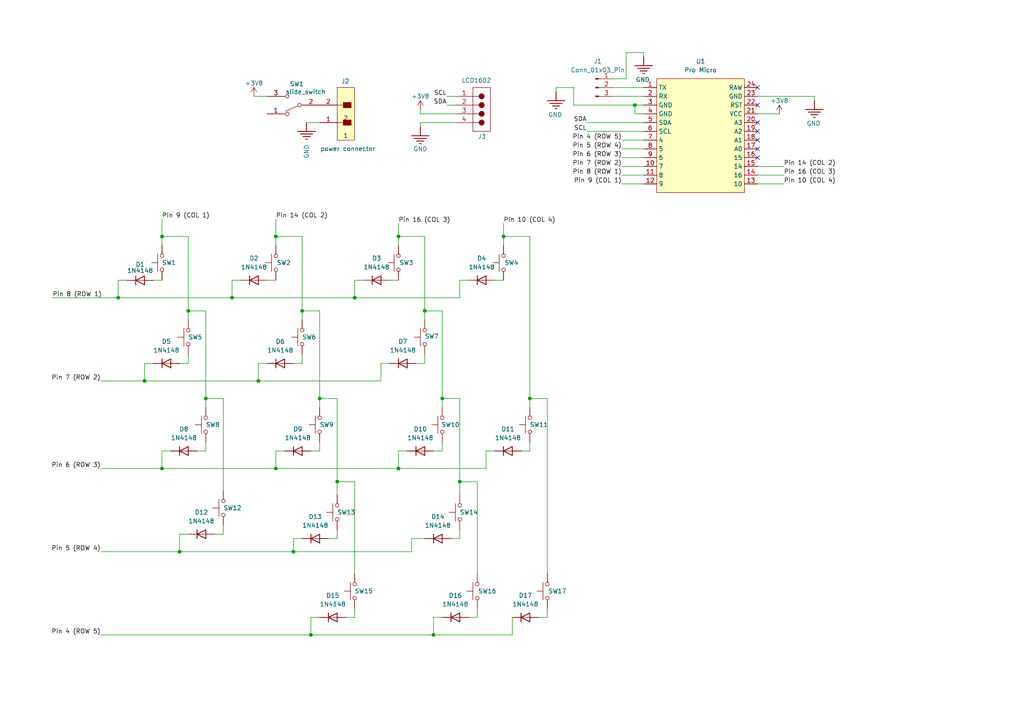
<source format=kicad_sch>
(kicad_sch (version 20250114) (generator "eeschema") (generator_version "9.0")
  (paper "A4")
  (lib_symbols
    (symbol "Altium Content Vault:root_0_3bc925449376181038e59eaffc5286c_Altium Content Vault" (pin_names (hide yes))
      (symbol "root_0_3bc925449376181038e59eaffc5286c_Altium Content Vault_1_0"
        (rectangle (start -6.858 0.762) (end -9.144 -0.762) (fill (type outline)))
        (polyline (pts (xy -6.858 0) (xy -5.08 0)))
        (rectangle (start -6.858 -4.318) (end -9.144 -5.842) (fill (type outline)))
        (polyline (pts (xy -6.858 -5.08) (xy -5.08 -5.08)))
        (rectangle (start -5.08 5.08) (end -10.16 -10.16) (stroke (width 0) (color 128 0 0 1)) (fill (type background)))
        (text "1" (at -6.858 3.048 0) (effects (font (size 1.27 1.27)) (justify right top)))
        (text "2" (at -6.858 -2.032 0) (effects (font (size 1.27 1.27)) (justify right top)))
        (pin passive line (at 0 0 180) (length 5.08) (name "1") (number "1"))
        (pin passive line (at 0 -5.08 180) (length 5.08) (name "2") (number "2"))
      )
    )
    (symbol "Altium Content Vault:root_0_ec4e4964ed0d2d669af15d5af94fda9_Altium Content Vault" (pin_names (hide yes))
      (symbol "root_0_ec4e4964ed0d2d669af15d5af94fda9_Altium Content Vault_1_0"
        (circle (center 5.842 0) (radius 0.508))
        (polyline (pts (xy 6.35 0.254) (xy 9.906 1.778)))
        (circle (center 9.398 2.54) (radius 0.508))
        (circle (center 9.398 -2.54) (radius 0.508))
        (pin passive line (at 0 0 0) (length 5.08) (name "2") (number "2"))
        (pin passive line (at 15.24 2.54 180) (length 5.08) (name "1") (number "1"))
        (pin passive line (at 15.24 -2.54 180) (length 5.08) (name "3") (number "3"))
      )
    )
    (symbol "Altium Content Vault:root_2_Header_Male_1R_04P_Altium Content Vault" (pin_names (hide yes))
      (symbol "root_2_Header_Male_1R_04P_Altium Content Vault_1_0"
        (polyline (pts (xy -5.08 0) (xy 0 0) (xy 0 12.7) (xy -5.08 12.7) (xy -5.08 0)))
        (circle (center -2.54 10.16) (radius 0.762) (fill (type outline)))
        (circle (center -2.54 7.62) (radius 0.762) (fill (type outline)))
        (circle (center -2.54 5.08) (radius 0.762) (fill (type outline)))
        (circle (center -2.54 2.54) (radius 0.762) (fill (type outline)))
        (polyline (pts (xy 0 10.16) (xy -1.778 10.16)))
        (polyline (pts (xy 0 7.62) (xy -1.778 7.62)))
        (polyline (pts (xy 0 5.08) (xy -1.778 5.08)))
        (polyline (pts (xy 0 2.54) (xy -1.778 2.54)))
        (pin passive line (at 5.08 10.16 180) (length 5.08) (name "4") (number "4"))
        (pin passive line (at 5.08 7.62 180) (length 5.08) (name "3") (number "3"))
        (pin passive line (at 5.08 5.08 180) (length 5.08) (name "2") (number "2"))
        (pin passive line (at 5.08 2.54 180) (length 5.08) (name "1") (number "1"))
      )
    )
    (symbol "Connector:Conn_01x03_Pin" (pin_names (offset 1.016) (hide yes))
      (property "Reference" "J" (at 0 5.08 0))
      (property "Value" "Conn_01x03_Pin" (at 0 -5.08 0))
      (symbol "Conn_01x03_Pin_1_1"
        (rectangle (start 0.8636 2.667) (end 0 2.413) (stroke (width 0.1524)) (fill (type outline)))
        (rectangle (start 0.8636 0.127) (end 0 -0.127) (stroke (width 0.1524)) (fill (type outline)))
        (rectangle (start 0.8636 -2.413) (end 0 -2.667) (stroke (width 0.1524)) (fill (type outline)))
        (polyline (pts (xy 1.27 2.54) (xy 0.8636 2.54)) (stroke (width 0.1524)))
        (polyline (pts (xy 1.27 0) (xy 0.8636 0)) (stroke (width 0.1524)))
        (polyline (pts (xy 1.27 -2.54) (xy 0.8636 -2.54)) (stroke (width 0.1524)))
        (pin passive line (at 5.08 2.54 180) (length 3.81) (name "Pin_1") (number "1"))
        (pin passive line (at 5.08 0 180) (length 3.81) (name "Pin_2") (number "2"))
        (pin passive line (at 5.08 -2.54 180) (length 3.81) (name "Pin_3") (number "3"))
      )
    )
    (symbol "Diode:1N4148" (pin_numbers (hide yes)) (pin_names (hide yes))
      (property "Reference" "D" (at 0 2.54 0))
      (property "Value" "1N4148" (at 0 -2.54 0))
      (symbol "1N4148_0_1"
        (polyline (pts (xy -1.27 1.27) (xy -1.27 -1.27)) (stroke (width 0.254)))
        (polyline (pts (xy 1.27 1.27) (xy 1.27 -1.27) (xy -1.27 0) (xy 1.27 1.27)) (stroke (width 0.254)))
        (polyline (pts (xy 1.27 0) (xy -1.27 0)))
      )
      (symbol "1N4148_1_1"
        (pin passive line (at -3.81 0 0) (length 2.54) (name "K") (number "1"))
        (pin passive line (at 3.81 0 180) (length 2.54) (name "A") (number "2"))
      )
    )
    (symbol "Switch:SW_Push" (pin_numbers (hide yes)) (pin_names (offset 1.016) (hide yes))
      (property "Reference" "SW" (at 1.27 2.54 0))
      (property "Value" "SW_Push" (at 0 -1.524 0))
      (symbol "SW_Push_0_1"
        (circle (center -2.032 0) (radius 0.508))
        (polyline (pts (xy 0 1.27) (xy 0 3.048)))
        (circle (center 2.032 0) (radius 0.508))
        (polyline (pts (xy 2.54 1.27) (xy -2.54 1.27)))
        (pin passive line (at -5.08 0 0) (length 2.54) (name "1") (number "1"))
        (pin passive line (at 5.08 0 180) (length 2.54) (name "2") (number "2"))
      )
    )
    (symbol "klawiatura_17_przyciskow_fb64lib-altium-import:GND_POWER_GROUND" (power)
      (property "Value" "GND" (at 0 -6.35 0))
      (symbol "GND_POWER_GROUND_0_0"
        (polyline (pts (xy -2.54 -2.54) (xy 2.54 -2.54)) (stroke (width 0.254)))
        (polyline (pts (xy -1.778 -3.302) (xy 1.778 -3.302)) (stroke (width 0.254)))
        (polyline (pts (xy -1.016 -4.064) (xy 1.016 -4.064)) (stroke (width 0.254)))
        (polyline (pts (xy -0.254 -4.826) (xy 0.254 -4.826)) (stroke (width 0.254)))
        (polyline (pts (xy 0 0) (xy 0 -2.54)) (stroke (width 0.254)))
        (pin power_in line (at 0 0 0) (length 0) (hide yes) (name "GND") (number ""))
      )
    )
    (symbol "power:+3V8" (power) (pin_numbers (hide yes)) (pin_names (offset 0) (hide yes))
      (property "Value" "+3V8" (at 0 3.556 0))
      (symbol "+3V8_0_1"
        (polyline (pts (xy -0.762 1.27) (xy 0 2.54)))
        (polyline (pts (xy 0 2.54) (xy 0.762 1.27)))
        (polyline (pts (xy 0 0) (xy 0 2.54)))
      )
      (symbol "+3V8_1_1"
        (pin power_in line (at 0 0 90) (length 0) (name "~") (number "1"))
      )
    )
    (symbol "pro_micro:atmega32_u4_promicro"
      (property "Reference" "U" (at 1.27 -1.27 0))
      (symbol "atmega32_u4_promicro_1_1"
        (rectangle (start 0 33.02) (end 25.4 0) (fill (type color) (color 255 255 194 1)))
        (pin bidirectional line (at -3.81 30.48 0) (length 3.81) (name "TX") (number "1"))
        (pin bidirectional line (at -3.81 27.94 0) (length 3.81) (name "RX") (number "2"))
        (pin power_in line (at -3.81 25.4 0) (length 3.81) (name "GND") (number "3"))
        (pin power_in line (at -3.81 22.86 0) (length 3.81) (name "GND") (number "4"))
        (pin bidirectional line (at -3.81 20.32 0) (length 3.81) (name "SDA") (number "5"))
        (pin bidirectional line (at -3.81 17.78 0) (length 3.81) (name "SCL") (number "6"))
        (pin bidirectional line (at -3.81 15.24 0) (length 3.81) (name "4") (number "7"))
        (pin bidirectional line (at -3.81 12.7 0) (length 3.81) (name "5") (number "8"))
        (pin bidirectional line (at -3.81 10.16 0) (length 3.81) (name "6") (number "9"))
        (pin bidirectional line (at -3.81 7.62 0) (length 3.81) (name "7") (number "10"))
        (pin bidirectional line (at -3.81 5.08 0) (length 3.81) (name "8") (number "11"))
        (pin bidirectional line (at -3.81 2.54 0) (length 3.81) (name "9") (number "12"))
        (pin power_in line (at 29.21 30.48 180) (length 3.81) (name "RAW") (number "24"))
        (pin power_in line (at 29.21 27.94 180) (length 3.81) (name "GND") (number "23"))
        (pin input line (at 29.21 25.4 180) (length 3.81) (name "RST") (number "22"))
        (pin power_in line (at 29.21 22.86 180) (length 3.81) (name "VCC") (number "21"))
        (pin bidirectional line (at 29.21 20.32 180) (length 3.81) (name "A3") (number "20"))
        (pin bidirectional line (at 29.21 17.78 180) (length 3.81) (name "A2") (number "19"))
        (pin bidirectional line (at 29.21 15.24 180) (length 3.81) (name "A1") (number "18"))
        (pin bidirectional line (at 29.21 12.7 180) (length 3.81) (name "A0") (number "17"))
        (pin bidirectional line (at 29.21 10.16 180) (length 3.81) (name "15") (number "16"))
        (pin bidirectional line (at 29.21 7.62 180) (length 3.81) (name "14") (number "15"))
        (pin bidirectional line (at 29.21 5.08 180) (length 3.81) (name "16") (number "14"))
        (pin bidirectional line (at 29.21 2.54 180) (length 3.81) (name "10") (number "13"))
      )
    )
  )
  (junction (at 41.91 110.49))
  (junction (at 97.79 139.7))
  (junction (at 102.87 86.36))
  (junction (at 115.57 68.58))
  (junction (at 128.27 115.57))
  (junction (at 123.19 90.17))
  (junction (at 85.09 160.02))
  (junction (at 74.93 110.49))
  (junction (at 87.63 90.17))
  (junction (at 54.61 90.17))
  (junction (at 184.15 30.48))
  (junction (at 92.71 115.57))
  (junction (at 52.07 160.02))
  (junction (at 153.67 115.57))
  (junction (at 34.29 86.36))
  (junction (at 67.31 86.36))
  (junction (at 80.01 135.89))
  (junction (at 125.73 184.15))
  (junction (at 46.99 68.58))
  (junction (at 115.57 135.89))
  (junction (at 59.69 115.57))
  (junction (at 146.05 68.58))
  (junction (at 133.35 139.7))
  (junction (at 80.01 68.58))
  (junction (at 46.99 135.89))
  (junction (at 90.17 184.15))
  (no_connect (at 219.71 35.56))
  (no_connect (at 219.71 40.64))
  (no_connect (at 219.71 30.48))
  (no_connect (at 219.71 25.4))
  (no_connect (at 219.71 45.72))
  (no_connect (at 219.71 43.18))
  (no_connect (at 219.71 38.1))
  (wire (pts (xy 128.27 130.81) (xy 128.27 128.27)))
  (wire (pts (xy 34.29 86.36) (xy 34.29 81.28)))
  (wire (pts (xy 180.34 50.8) (xy 186.69 50.8)))
  (wire (pts (xy 54.61 102.87) (xy 54.61 105.41)))
  (wire (pts (xy 123.19 68.58) (xy 123.19 90.17)))
  (wire (pts (xy 123.19 90.17) (xy 128.27 90.17)))
  (wire (pts (xy 54.61 68.58) (xy 46.99 68.58)))
  (wire (pts (xy 133.35 139.7) (xy 133.35 143.51)))
  (wire (pts (xy 138.43 139.7) (xy 138.43 166.37)))
  (wire (pts (xy 158.75 176.53) (xy 158.75 179.07)))
  (wire (pts (xy 46.99 81.28) (xy 44.45 81.28)))
  (wire (pts (xy 90.17 179.07) (xy 92.71 179.07)))
  (wire (pts (xy 135.89 81.28) (xy 133.35 81.28)))
  (wire (pts (xy 80.01 130.81) (xy 80.01 135.89)))
  (wire (pts (xy 80.01 135.89) (xy 46.99 135.89)))
  (wire (pts (xy 77.47 105.41) (xy 74.93 105.41)))
  (wire (pts (xy 153.67 68.58) (xy 153.67 115.57)))
  (wire (pts (xy 166.37 30.48) (xy 184.15 30.48)))
  (wire (pts (xy 121.92 33.02) (xy 121.92 31.75)))
  (wire (pts (xy 125.73 130.81) (xy 128.27 130.81)))
  (wire (pts (xy 102.87 179.07) (xy 100.33 179.07)))
  (wire (pts (xy 87.63 105.41) (xy 85.09 105.41)))
  (wire (pts (xy 133.35 139.7) (xy 138.43 139.7)))
  (wire (pts (xy 219.71 33.02) (xy 226.06 33.02)))
  (wire (pts (xy 85.09 160.02) (xy 119.38 160.02)))
  (wire (pts (xy 44.45 105.41) (xy 41.91 105.41)))
  (wire (pts (xy 170.18 35.56) (xy 186.69 35.56)))
  (wire (pts (xy 90.17 179.07) (xy 90.17 184.15)))
  (wire (pts (xy 110.49 110.49) (xy 110.49 105.41)))
  (wire (pts (xy 69.85 81.28) (xy 67.31 81.28)))
  (wire (pts (xy 146.05 64.77) (xy 146.05 68.58)))
  (wire (pts (xy 115.57 68.58) (xy 115.57 71.12)))
  (wire (pts (xy 125.73 184.15) (xy 148.59 184.15)))
  (wire (pts (xy 80.01 71.12) (xy 80.01 68.58)))
  (wire (pts (xy 153.67 115.57) (xy 153.67 118.11)))
  (wire (pts (xy 90.17 184.15) (xy 125.73 184.15)))
  (wire (pts (xy 73.66 27.94) (xy 77.47 27.94)))
  (wire (pts (xy 87.63 102.87) (xy 87.63 105.41)))
  (wire (pts (xy 186.69 15.24) (xy 186.69 16.51)))
  (wire (pts (xy 80.01 63.5) (xy 80.01 68.58)))
  (wire (pts (xy 59.69 90.17) (xy 54.61 90.17)))
  (wire (pts (xy 128.27 179.07) (xy 125.73 179.07)))
  (wire (pts (xy 97.79 139.7) (xy 102.87 139.7)))
  (wire (pts (xy 219.71 53.34) (xy 227.33 53.34)))
  (wire (pts (xy 138.43 179.07) (xy 135.89 179.07)))
  (wire (pts (xy 158.75 179.07) (xy 156.21 179.07)))
  (wire (pts (xy 184.15 33.02) (xy 184.15 30.48)))
  (wire (pts (xy 80.01 81.28) (xy 77.47 81.28)))
  (wire (pts (xy 115.57 135.89) (xy 80.01 135.89)))
  (wire (pts (xy 92.71 130.81) (xy 90.17 130.81)))
  (wire (pts (xy 140.97 130.81) (xy 140.97 135.89)))
  (wire (pts (xy 121.92 36.83) (xy 121.92 35.56)))
  (wire (pts (xy 158.75 166.37) (xy 158.75 115.57)))
  (wire (pts (xy 177.8 25.4) (xy 186.69 25.4)))
  (wire (pts (xy 133.35 86.36) (xy 102.87 86.36)))
  (wire (pts (xy 115.57 64.77) (xy 115.57 68.58)))
  (wire (pts (xy 52.07 154.94) (xy 54.61 154.94)))
  (wire (pts (xy 181.61 22.86) (xy 181.61 15.24)))
  (wire (pts (xy 180.34 48.26) (xy 186.69 48.26)))
  (wire (pts (xy 110.49 105.41) (xy 113.03 105.41)))
  (wire (pts (xy 88.9 35.56) (xy 92.71 35.56)))
  (wire (pts (xy 74.93 110.49) (xy 110.49 110.49)))
  (wire (pts (xy 29.21 160.02) (xy 52.07 160.02)))
  (wire (pts (xy 54.61 105.41) (xy 52.07 105.41)))
  (wire (pts (xy 85.09 156.21) (xy 85.09 160.02)))
  (wire (pts (xy 219.71 50.8) (xy 227.33 50.8)))
  (wire (pts (xy 59.69 115.57) (xy 59.69 118.11)))
  (wire (pts (xy 161.29 25.4) (xy 166.37 25.4)))
  (wire (pts (xy 151.13 130.81) (xy 153.67 130.81)))
  (wire (pts (xy 97.79 153.67) (xy 97.79 156.21)))
  (wire (pts (xy 64.77 154.94) (xy 62.23 154.94)))
  (wire (pts (xy 118.11 130.81) (xy 115.57 130.81)))
  (wire (pts (xy 170.18 38.1) (xy 186.69 38.1)))
  (wire (pts (xy 67.31 86.36) (xy 102.87 86.36)))
  (wire (pts (xy 41.91 110.49) (xy 29.21 110.49)))
  (wire (pts (xy 52.07 160.02) (xy 85.09 160.02)))
  (wire (pts (xy 64.77 115.57) (xy 59.69 115.57)))
  (wire (pts (xy 236.22 29.21) (xy 236.22 27.94)))
  (wire (pts (xy 46.99 68.58) (xy 46.99 71.12)))
  (wire (pts (xy 133.35 81.28) (xy 133.35 86.36)))
  (wire (pts (xy 119.38 156.21) (xy 123.19 156.21)))
  (wire (pts (xy 82.55 130.81) (xy 80.01 130.81)))
  (wire (pts (xy 133.35 156.21) (xy 130.81 156.21)))
  (wire (pts (xy 177.8 22.86) (xy 181.61 22.86)))
  (wire (pts (xy 153.67 130.81) (xy 153.67 128.27)))
  (wire (pts (xy 143.51 130.81) (xy 140.97 130.81)))
  (wire (pts (xy 64.77 152.4) (xy 64.77 154.94)))
  (wire (pts (xy 34.29 86.36) (xy 67.31 86.36)))
  (wire (pts (xy 46.99 63.5) (xy 46.99 68.58)))
  (wire (pts (xy 59.69 115.57) (xy 59.69 90.17)))
  (wire (pts (xy 54.61 90.17) (xy 54.61 68.58)))
  (wire (pts (xy 115.57 68.58) (xy 123.19 68.58)))
  (wire (pts (xy 80.01 68.58) (xy 87.63 68.58)))
  (wire (pts (xy 64.77 115.57) (xy 64.77 142.24)))
  (wire (pts (xy 74.93 110.49) (xy 41.91 110.49)))
  (wire (pts (xy 102.87 139.7) (xy 102.87 166.37)))
  (wire (pts (xy 146.05 81.28) (xy 143.51 81.28)))
  (wire (pts (xy 180.34 43.18) (xy 186.69 43.18)))
  (wire (pts (xy 132.08 33.02) (xy 121.92 33.02)))
  (wire (pts (xy 57.15 130.81) (xy 59.69 130.81)))
  (wire (pts (xy 180.34 45.72) (xy 186.69 45.72)))
  (wire (pts (xy 74.93 105.41) (xy 74.93 110.49)))
  (wire (pts (xy 119.38 156.21) (xy 119.38 160.02)))
  (wire (pts (xy 133.35 153.67) (xy 133.35 156.21)))
  (wire (pts (xy 184.15 30.48) (xy 186.69 30.48)))
  (wire (pts (xy 115.57 130.81) (xy 115.57 135.89)))
  (wire (pts (xy 54.61 90.17) (xy 54.61 92.71)))
  (wire (pts (xy 180.34 53.34) (xy 186.69 53.34)))
  (wire (pts (xy 181.61 15.24) (xy 186.69 15.24)))
  (wire (pts (xy 161.29 25.4) (xy 161.29 26.67)))
  (wire (pts (xy 138.43 176.53) (xy 138.43 179.07)))
  (wire (pts (xy 166.37 25.4) (xy 166.37 30.48)))
  (wire (pts (xy 87.63 90.17) (xy 87.63 92.71)))
  (wire (pts (xy 36.83 81.28) (xy 34.29 81.28)))
  (wire (pts (xy 115.57 81.28) (xy 113.03 81.28)))
  (wire (pts (xy 46.99 130.81) (xy 46.99 135.89)))
  (wire (pts (xy 41.91 105.41) (xy 41.91 110.49)))
  (wire (pts (xy 146.05 68.58) (xy 146.05 71.12)))
  (wire (pts (xy 219.71 48.26) (xy 227.33 48.26)))
  (wire (pts (xy 92.71 115.57) (xy 92.71 118.11)))
  (wire (pts (xy 132.08 27.94) (xy 129.54 27.94)))
  (wire (pts (xy 67.31 81.28) (xy 67.31 86.36)))
  (wire (pts (xy 87.63 90.17) (xy 92.71 90.17)))
  (wire (pts (xy 102.87 86.36) (xy 102.87 81.28)))
  (wire (pts (xy 97.79 139.7) (xy 97.79 143.51)))
  (wire (pts (xy 59.69 130.81) (xy 59.69 128.27)))
  (wire (pts (xy 177.8 27.94) (xy 186.69 27.94)))
  (wire (pts (xy 133.35 115.57) (xy 128.27 115.57)))
  (wire (pts (xy 115.57 135.89) (xy 140.97 135.89)))
  (wire (pts (xy 180.34 40.64) (xy 186.69 40.64)))
  (wire (pts (xy 128.27 90.17) (xy 128.27 115.57)))
  (wire (pts (xy 102.87 176.53) (xy 102.87 179.07)))
  (wire (pts (xy 52.07 154.94) (xy 52.07 160.02)))
  (wire (pts (xy 123.19 105.41) (xy 120.65 105.41)))
  (wire (pts (xy 133.35 115.57) (xy 133.35 139.7)))
  (wire (pts (xy 158.75 115.57) (xy 153.67 115.57)))
  (wire (pts (xy 236.22 27.94) (xy 219.71 27.94)))
  (wire (pts (xy 184.15 33.02) (xy 186.69 33.02)))
  (wire (pts (xy 46.99 130.81) (xy 49.53 130.81)))
  (wire (pts (xy 125.73 179.07) (xy 125.73 184.15)))
  (wire (pts (xy 92.71 128.27) (xy 92.71 130.81)))
  (wire (pts (xy 97.79 156.21) (xy 95.25 156.21)))
  (wire (pts (xy 87.63 68.58) (xy 87.63 90.17)))
  (wire (pts (xy 128.27 115.57) (xy 128.27 118.11)))
  (wire (pts (xy 123.19 105.41) (xy 123.19 102.87)))
  (wire (pts (xy 123.19 90.17) (xy 123.19 92.71)))
  (wire (pts (xy 92.71 90.17) (xy 92.71 115.57)))
  (wire (pts (xy 85.09 156.21) (xy 87.63 156.21)))
  (wire (pts (xy 34.29 86.36) (xy 15.24 86.36)))
  (wire (pts (xy 105.41 81.28) (xy 102.87 81.28)))
  (wire (pts (xy 148.59 179.07) (xy 148.59 184.15)))
  (wire (pts (xy 29.21 184.15) (xy 90.17 184.15)))
  (wire (pts (xy 46.99 135.89) (xy 29.21 135.89)))
  (wire (pts (xy 97.79 115.57) (xy 97.79 139.7)))
  (wire (pts (xy 92.71 115.57) (xy 97.79 115.57)))
  (wire (pts (xy 121.92 35.56) (xy 132.08 35.56)))
  (wire (pts (xy 132.08 30.48) (xy 129.54 30.48)))
  (wire (pts (xy 146.05 68.58) (xy 153.67 68.58)))
  (label "Pin 7 (ROW 2)" (at 180.34 48.26 180))
  (label "Pin 10 (COL 4)" (at 227.33 53.34 0))
  (label "SCL" (at 170.18 38.1 180))
  (label "Pin 14 (COL 2)" (at 80.01 63.5 0))
  (label "Pin 9 (COL 1)" (at 180.34 53.34 180))
  (label "Pin 16 (COL 3)" (at 227.33 50.8 0))
  (label "Pin 6 (ROW 3)" (at 29.21 135.89 180))
  (label "Pin 7 (ROW 2)" (at 29.21 110.49 180))
  (label "Pin 6 (ROW 3)" (at 180.34 45.72 180))
  (label "Pin 4 (ROW 5)" (at 180.34 40.64 180))
  (label "Pin 10 (COL 4)" (at 146.05 64.77 0))
  (label "Pin 5 (ROW 4)" (at 29.21 160.02 180))
  (label "SDA" (at 170.18 35.56 180))
  (label "SDA" (at 129.54 30.48 180))
  (label "Pin 14 (COL 2)" (at 227.33 48.26 0))
  (label "Pin 5 (ROW 4)" (at 180.34 43.18 180))
  (label "Pin 8 (ROW 1)" (at 15.24 86.36 0))
  (label "Pin 8 (ROW 1)" (at 180.34 50.8 180))
  (label "Pin 4 (ROW 5)" (at 29.21 184.15 180))
  (label "Pin 16 (COL 3)" (at 115.57 64.77 0))
  (label "Pin 9 (COL 1)" (at 46.99 63.5 0))
  (label "SCL" (at 129.54 27.94 180))
  (symbol (lib_id "Diode:1N4148") (at 48.26 105.41 0) (mirror x) (unit 1)
    (property "Reference" "D5" (at 48.26 99.06 0))
    (property "Value" "1N4148" (at 48.26 101.6 0))
    (property "Footprint" "Diode_THT:D_DO-35_SOD27_P7.62mm_Horizontal" (effects (hide yes)))
    (property "Datasheet" "https://assets.nexperia.com/documents/data-sheet/1N4148_1N4448.pdf" (effects (hide yes)))
    (property "Description" "100V 0.15A standard switching diode, DO-35" (effects (hide yes)))
    (property "Sim.Device" "D" (effects (hide yes)))
    (property "Sim.Pins" "1=K 2=A" (effects (hide yes)))
  )
  (symbol (lib_id "Diode:1N4148") (at 81.28 105.41 0) (mirror x) (unit 1)
    (property "Reference" "D6" (at 81.28 99.06 0))
    (property "Value" "1N4148" (at 81.28 101.6 0))
    (property "Footprint" "Diode_THT:D_DO-35_SOD27_P7.62mm_Horizontal" (effects (hide yes)))
    (property "Datasheet" "https://assets.nexperia.com/documents/data-sheet/1N4148_1N4448.pdf" (effects (hide yes)))
    (property "Description" "100V 0.15A standard switching diode, DO-35" (effects (hide yes)))
    (property "Sim.Device" "D" (effects (hide yes)))
    (property "Sim.Pins" "1=K 2=A" (effects (hide yes)))
  )
  (symbol (lib_id "Diode:1N4148") (at 127 156.21 0) (mirror x) (unit 1)
    (property "Reference" "D14" (at 127 149.86 0))
    (property "Value" "1N4148" (at 127 152.4 0))
    (property "Footprint" "Diode_THT:D_DO-35_SOD27_P7.62mm_Horizontal" (effects (hide yes)))
    (property "Datasheet" "https://assets.nexperia.com/documents/data-sheet/1N4148_1N4448.pdf" (effects (hide yes)))
    (property "Description" "100V 0.15A standard switching diode, DO-35" (effects (hide yes)))
    (property "Sim.Device" "D" (effects (hide yes)))
    (property "Sim.Pins" "1=K 2=A" (effects (hide yes)))
  )
  (symbol (lib_id "Altium Content Vault:root_0_ec4e4964ed0d2d669af15d5af94fda9_Altium Content Vault") (at 92.71 30.48 180) (unit 1)
    (property "Reference" "SW1" (at 88.138 23.622 0) (effects (justify left bottom)))
    (property "Value" "slide_switch" (at 94.488 25.908 0) (effects (justify left bottom)))
    (property "Footprint" "Button_Switch_THT:SW_Slide-03_Wuerth-WS-SLTV_10x2.5x6.4_P2.54mm" (effects (hide yes)))
    (property "Description" "SWITCH SLIDE SPDT 250MA 125V" (effects (hide yes)))
    (property "TEMPERATURE RANGE HIGH" "+85°C" (effects (hide yes)))
    (property "MANUFACTURER PART NUMBER" "1825115-1" (effects (hide yes)))
    (property "TEMPERATURE" "-10°C to +85°C" (effects (hide yes)))
    (property "MANUFACTURER" "TE Connectivity" (effects (hide yes)))
    (property "OPERATING FORCE" "250gf" (effects (hide yes)))
    (property "PACKAGE" "1825115-1" (effects (hide yes)))
    (property "VOLTAGE RATING AC" "125V" (effects (hide yes)))
    (property "CATEGORY" "Switch" (effects (hide yes)))
    (property "DIGIKEY DESCRIPTION" "SWITCH SLIDE SPDT 250MA 125V" (effects (hide yes)))
    (property "THROW CONFIGURATION" "SPDT" (effects (hide yes)))
    (property "ROHS" "TRUE" (effects (hide yes)))
    (property "MOUNT" "Through Hole" (effects (hide yes)))
    (property "DEVICE CLASS L2" "Switches" (effects (hide yes)))
    (property "ELECTROMECHANICAL LIFE" "6000Cycles" (effects (hide yes)))
    (property "CONTACT RESISTANCE" "30mΩ" (effects (hide yes)))
    (property "COMPONENTLINK2DESCRIPTION" "Datasheet" (effects (hide yes)))
    (property "AUTOMOTIVE" "No" (effects (hide yes)))
    (property "COMPONENTLINK2URL" "https://www.te.com/usa-en/product-1825115-1.html?te_bu=Cor&te_type=other&te_campaign=oct_glo_cor-oct-global-oth-prtnr-fy19-oct-octo-buy-bom_sma-298_2&elqCampaignId=35216" (effects (hide yes)))
    (property "CONTACT CURRENT RATING" "250mA" (effects (hide yes)))
    (property "TEMPERATURE RANGE LOW" "-10°C" (effects (hide yes)))
    (property "DEVICE CLASS L3" "Slide Switches" (effects (hide yes)))
    (property "DEVICE CLASS L1" "Electromechanical" (effects (hide yes)))
    (property "OCTOPART" "https://octopart.com/sls121pc04-te+connectivity-39426454" (effects (hide yes)))
    (property "LEAD FREE" "Yes" (effects (hide yes)))
    (property "VOLTAGE RATING DC" "12V" (effects (hide yes)))
  )
  (symbol (lib_id "Connector:Conn_01x03_Pin") (at 172.72 25.4 0) (unit 1)
    (property "Reference" "J1" (at 173.355 17.78 0))
    (property "Value" "Conn_01x03_Pin" (at 173.355 20.32 0))
    (property "Footprint" "Connector_PinHeader_2.54mm:PinHeader_1x03_P2.54mm_Vertical" (effects (hide yes)))
    (property "Description" "Generic connector, single row, 01x03, script generated" (effects (hide yes)))
  )
  (symbol (lib_id "Switch:SW_Push") (at 59.69 123.19 90) (unit 1)
    (property "Reference" "SW8" (at 59.69 123.19 90) (effects (justify right)))
    (property "Value" "SW_Push" (effects (hide yes)))
    (property "Footprint" "PCM_Switch_Keyboard_Cherry_MX:SW_Cherry_MX_PCB_1.00u" (effects (hide yes)))
    (property "Description" "Push button switch, generic, two pins" (effects (hide yes)))
  )
  (symbol (lib_id "klawiatura_17_przyciskow_fb64lib-altium-import:GND_POWER_GROUND") (at 121.92 36.83 0) (unit 1)
    (property "Reference" "#PWR04" (effects (hide yes)))
    (property "Value" "GND" (at 123.952 43.18 0) (effects (justify right)))
  )
  (symbol (lib_id "power:+3V8") (at 73.66 27.94 0) (unit 1)
    (property "Reference" "#PWR06" (effects (hide yes)))
    (property "Value" "+3V8" (at 73.66 24.13 0))
    (property "Description" "Power symbol creates a global label with name \"+3V8\"" (effects (hide yes)))
  )
  (symbol (lib_id "Switch:SW_Push") (at 80.01 76.2 90) (unit 1)
    (property "Reference" "SW2" (at 80.264 76.2 90) (effects (justify right)))
    (property "Value" "SW_Push" (effects (hide yes)))
    (property "Footprint" "PCM_Switch_Keyboard_Cherry_MX:SW_Cherry_MX_PCB_1.00u" (effects (hide yes)))
    (property "Description" "Push button switch, generic, two pins" (effects (hide yes)))
  )
  (symbol (lib_id "klawiatura_17_przyciskow_fb64lib-altium-import:GND_POWER_GROUND") (at 236.22 29.21 0) (unit 1)
    (property "Reference" "#PWR05" (effects (hide yes)))
    (property "Value" "GND" (at 237.998 35.814 0) (effects (justify right)))
  )
  (symbol (lib_id "Diode:1N4148") (at 109.22 81.28 0) (mirror x) (unit 1)
    (property "Reference" "D3" (at 109.22 74.93 0))
    (property "Value" "1N4148" (at 109.22 77.47 0))
    (property "Footprint" "Diode_THT:D_DO-35_SOD27_P7.62mm_Horizontal" (effects (hide yes)))
    (property "Datasheet" "https://assets.nexperia.com/documents/data-sheet/1N4148_1N4448.pdf" (effects (hide yes)))
    (property "Description" "100V 0.15A standard switching diode, DO-35" (effects (hide yes)))
    (property "Sim.Device" "D" (effects (hide yes)))
    (property "Sim.Pins" "1=K 2=A" (effects (hide yes)))
  )
  (symbol (lib_id "Switch:SW_Push") (at 158.75 171.45 90) (unit 1)
    (property "Reference" "SW17" (at 159.004 171.45 90) (effects (justify right)))
    (property "Value" "SW_Push" (effects (hide yes)))
    (property "Footprint" "PCM_Switch_Keyboard_Cherry_MX:SW_Cherry_MX_PCB_1.00u" (effects (hide yes)))
    (property "Description" "Push button switch, generic, two pins" (effects (hide yes)))
  )
  (symbol (lib_id "klawiatura_17_przyciskow_fb64lib-altium-import:GND_POWER_GROUND") (at 161.29 26.67 0) (unit 1)
    (property "Reference" "#PWR02" (effects (hide yes)))
    (property "Value" "GND" (at 163.068 33.274 0) (effects (justify right)))
  )
  (symbol (lib_id "Switch:SW_Push") (at 97.79 148.59 90) (unit 1)
    (property "Reference" "SW13" (at 97.79 148.59 90) (effects (justify right)))
    (property "Value" "SW_Push" (effects (hide yes)))
    (property "Footprint" "PCM_Switch_Keyboard_Cherry_MX:SW_Cherry_MX_PCB_1.00u" (effects (hide yes)))
    (property "Description" "Push button switch, generic, two pins" (effects (hide yes)))
  )
  (symbol (lib_id "Switch:SW_Push") (at 123.19 97.79 90) (unit 1)
    (property "Reference" "SW7" (at 123.19 97.536 90) (effects (justify right)))
    (property "Value" "SW_Push" (effects (hide yes)))
    (property "Footprint" "PCM_Switch_Keyboard_Cherry_MX:SW_Cherry_MX_PCB_1.00u" (effects (hide yes)))
    (property "Description" "Push button switch, generic, two pins" (effects (hide yes)))
  )
  (symbol (lib_id "Diode:1N4148") (at 121.92 130.81 0) (mirror x) (unit 1)
    (property "Reference" "D10" (at 121.92 124.46 0))
    (property "Value" "1N4148" (at 121.92 127 0))
    (property "Footprint" "Diode_THT:D_DO-35_SOD27_P7.62mm_Horizontal" (effects (hide yes)))
    (property "Datasheet" "https://assets.nexperia.com/documents/data-sheet/1N4148_1N4448.pdf" (effects (hide yes)))
    (property "Description" "100V 0.15A standard switching diode, DO-35" (effects (hide yes)))
    (property "Sim.Device" "D" (effects (hide yes)))
    (property "Sim.Pins" "1=K 2=A" (effects (hide yes)))
  )
  (symbol (lib_id "Switch:SW_Push") (at 133.35 148.59 90) (unit 1)
    (property "Reference" "SW14" (at 133.35 148.59 90) (effects (justify right)))
    (property "Value" "SW_Push" (effects (hide yes)))
    (property "Footprint" "PCM_Switch_Keyboard_Cherry_MX:SW_Cherry_MX_PCB_1.00u" (effects (hide yes)))
    (property "Description" "Push button switch, generic, two pins" (effects (hide yes)))
  )
  (symbol (lib_id "Diode:1N4148") (at 53.34 130.81 0) (mirror x) (unit 1)
    (property "Reference" "D8" (at 53.34 124.46 0))
    (property "Value" "1N4148" (at 53.34 127 0))
    (property "Footprint" "Diode_THT:D_DO-35_SOD27_P7.62mm_Horizontal" (effects (hide yes)))
    (property "Datasheet" "https://assets.nexperia.com/documents/data-sheet/1N4148_1N4448.pdf" (effects (hide yes)))
    (property "Description" "100V 0.15A standard switching diode, DO-35" (effects (hide yes)))
    (property "Sim.Device" "D" (effects (hide yes)))
    (property "Sim.Pins" "1=K 2=A" (effects (hide yes)))
  )
  (symbol (lib_id "Switch:SW_Push") (at 115.57 76.2 90) (unit 1)
    (property "Reference" "SW3" (at 115.824 76.2 90) (effects (justify right)))
    (property "Value" "SW_Push" (effects (hide yes)))
    (property "Footprint" "PCM_Switch_Keyboard_Cherry_MX:SW_Cherry_MX_PCB_1.00u" (effects (hide yes)))
    (property "Description" "Push button switch, generic, two pins" (effects (hide yes)))
  )
  (symbol (lib_id "Diode:1N4148") (at 147.32 130.81 0) (mirror x) (unit 1)
    (property "Reference" "D11" (at 147.32 124.46 0))
    (property "Value" "1N4148" (at 147.32 127 0))
    (property "Footprint" "Diode_THT:D_DO-35_SOD27_P7.62mm_Horizontal" (effects (hide yes)))
    (property "Datasheet" "https://assets.nexperia.com/documents/data-sheet/1N4148_1N4448.pdf" (effects (hide yes)))
    (property "Description" "100V 0.15A standard switching diode, DO-35" (effects (hide yes)))
    (property "Sim.Device" "D" (effects (hide yes)))
    (property "Sim.Pins" "1=K 2=A" (effects (hide yes)))
  )
  (symbol (lib_id "pro_micro:atmega32_u4_promicro") (at 190.5 55.88 0) (unit 1)
    (property "Reference" "U1" (at 203.2 17.78 0))
    (property "Value" "Pro Micro" (at 203.2 20.32 0))
    (property "Footprint" "pro_micro:Pro Micro" (effects (hide yes)))
  )
  (symbol (lib_id "Diode:1N4148") (at 152.4 179.07 0) (mirror x) (unit 1)
    (property "Reference" "D17" (at 152.4 172.72 0))
    (property "Value" "1N4148" (at 152.4 175.26 0))
    (property "Footprint" "Diode_THT:D_DO-35_SOD27_P7.62mm_Horizontal" (effects (hide yes)))
    (property "Datasheet" "https://assets.nexperia.com/documents/data-sheet/1N4148_1N4448.pdf" (effects (hide yes)))
    (property "Description" "100V 0.15A standard switching diode, DO-35" (effects (hide yes)))
    (property "Sim.Device" "D" (effects (hide yes)))
    (property "Sim.Pins" "1=K 2=A" (effects (hide yes)))
  )
  (symbol (lib_id "Switch:SW_Push") (at 128.27 123.19 90) (unit 1)
    (property "Reference" "SW10" (at 128.016 123.19 90) (effects (justify right)))
    (property "Value" "SW_Push" (effects (hide yes)))
    (property "Footprint" "PCM_Switch_Keyboard_Cherry_MX:SW_Cherry_MX_PCB_1.00u" (effects (hide yes)))
    (property "Description" "Push button switch, generic, two pins" (effects (hide yes)))
  )
  (symbol (lib_id "Diode:1N4148") (at 132.08 179.07 0) (mirror x) (unit 1)
    (property "Reference" "D16" (at 132.08 172.72 0))
    (property "Value" "1N4148" (at 132.08 175.26 0))
    (property "Footprint" "Diode_THT:D_DO-35_SOD27_P7.62mm_Horizontal" (effects (hide yes)))
    (property "Datasheet" "https://assets.nexperia.com/documents/data-sheet/1N4148_1N4448.pdf" (effects (hide yes)))
    (property "Description" "100V 0.15A standard switching diode, DO-35" (effects (hide yes)))
    (property "Sim.Device" "D" (effects (hide yes)))
    (property "Sim.Pins" "1=K 2=A" (effects (hide yes)))
  )
  (symbol (lib_id "Altium Content Vault:root_0_3bc925449376181038e59eaffc5286c_Altium Content Vault") (at 92.71 35.56 180) (unit 1)
    (property "Reference" "J2" (at 101.346 22.86 0) (effects (justify left bottom)))
    (property "Value" "power connector" (at 108.966 42.418 0) (effects (justify left bottom)))
    (property "Footprint" "Connector_PinHeader_2.54mm:PinHeader_1x02_P2.54mm_Vertical" (effects (hide yes)))
    (property "Description" "CONN HEADER VERT 2POS 2.5MM" (effects (hide yes)))
    (property "CURRENT RATING" "3A" (effects (hide yes)))
    (property "PACKAGING" "Bulk" (effects (hide yes)))
    (property "VOLTAGE RATING" "250V" (effects (hide yes)))
    (property "NUMBER OF CONTACTS" "2" (effects (hide yes)))
    (property "CONTACT RESISTANCE" "20mR" (effects (hide yes)))
    (property "CONTACT MATERIAL" "Brass" (effects (hide yes)))
    (property "LEAD FREE" "Lead Free" (effects (hide yes)))
    (property "ORIENTATION" "Straight" (effects (hide yes)))
    (property "CONTACT PLATING" "Tin" (effects (hide yes)))
    (property "MAX CURRENT RATING" "3A" (effects (hide yes)))
    (property "TERMINATION" "Solder" (effects (hide yes)))
    (property "FASTENING TYPE" "Detent" (effects (hide yes)))
    (property "DEPTH" "5.75mm" (effects (hide yes)))
    (property "HOUSING MATERIAL" "Polyamide" (effects (hide yes)))
    (property "REACH SVHC" "No SVHC" (effects (hide yes)))
    (property "SERIES" "XH" (effects (hide yes)))
    (property "WIRE/CABLE GAUGE" "22AWG" (effects (hide yes)))
    (property "VOLTAGE RATING (AC)" "250V" (effects (hide yes)))
    (property "NUMBER OF POSITIONS" "2" (effects (hide yes)))
    (property "INSULATION RESISTANCE" "1GR" (effects (hide yes)))
    (property "COLOR" "Natural" (effects (hide yes)))
    (property "CONTACT TYPE" "Male Pin" (effects (hide yes)))
    (property "MAX VOLTAGE RATING (DC)" "250V" (effects (hide yes)))
    (property "PITCH" "2.5mm" (effects (hide yes)))
    (property "LEAD PITCH" "2.5mm" (effects (hide yes)))
    (property "MOUNT" "Through Hole" (effects (hide yes)))
    (property "MAX OPERATING TEMPERATURE" "85°C" (effects (hide yes)))
    (property "LENGTH" "7.4mm" (effects (hide yes)))
    (property "MAX VOLTAGE RATING (AC)" "250V" (effects (hide yes)))
    (property "MIN OPERATING TEMPERATURE" "-25°C" (effects (hide yes)))
    (property "NUMBER OF ROWS" "1" (effects (hide yes)))
    (property "CONNECTOR TYPE" "Male Pin" (effects (hide yes)))
    (property "HOUSING COLOR" "White" (effects (hide yes)))
  )
  (symbol (lib_id "klawiatura_17_przyciskow_fb64lib-altium-import:GND_POWER_GROUND") (at 88.9 35.56 0) (unit 1)
    (property "Reference" "#PWR01" (effects (hide yes)))
    (property "Value" "GND" (at 88.9 41.91 90) (effects (justify right)))
  )
  (symbol (lib_id "Altium Content Vault:root_2_Header_Male_1R_04P_Altium Content Vault") (at 137.16 25.4 180) (unit 1)
    (property "Reference" "J3" (at 140.97 38.862 0) (effects (justify left bottom)))
    (property "Value" "LCD1602" (at 142.494 22.606 0) (effects (justify left bottom)))
    (property "Footprint" "Connector_PinHeader_2.54mm:PinHeader_1x04_P2.54mm_Vertical" (effects (hide yes)))
    (property "LEAD FREE" "Lead Free" (effects (hide yes)))
    (property "PITCH" "2.54mm" (effects (hide yes)))
    (property "NUMBER OF CONTACTS" "4" (effects (hide yes)))
    (property "CONTACT RESISTANCE" "20mΩ" (effects (hide yes)))
    (property "CONTACT PLATING" "Gold" (effects (hide yes)))
    (property "MAX OPERATING TEMPERATURE" "105°C" (effects (hide yes)))
    (property "PACKAGING" "Bulk" (effects (hide yes)))
    (property "GENDER" "Male" (effects (hide yes)))
    (property "HEIGHT" "8.89mm" (effects (hide yes)))
    (property "ORIENTATION" "Vertical" (effects (hide yes)))
    (property "CONTACT MATING LENGTH" "5.9944mm" (effects (hide yes)))
    (property "CURRENT RATING" "3A" (effects (hide yes)))
    (property "CONTACT MATERIAL" "Copper" (effects (hide yes)))
    (property "LEAD PITCH" "2.54mm" (effects (hide yes)))
    (property "CONNECTOR TYPE" "Male Pin" (effects (hide yes)))
    (property "MIN OPERATING TEMPERATURE" "-40°C" (effects (hide yes)))
    (property "TERMINATION" "Solder" (effects (hide yes)))
    (property "COLOR" "Black" (effects (hide yes)))
    (property "NUMBER OF ROWS" "1" (effects (hide yes)))
    (property "NEXARPARTID" "32855522" (effects (hide yes)))
    (property "REACH SVHC" "Unknown" (effects (hide yes)))
    (property "ROHS" "Compliant" (effects (hide yes)))
    (property "MOUNT" "Through Hole" (effects (hide yes)))
    (property "NUMBER OF POSITIONS" "4" (effects (hide yes)))
    (property "NUMBER OF PINS" "4" (effects (hide yes)))
    (property "VOLTAGE RATING" "250V" (effects (hide yes)))
    (property "OPERATING SUPPLY VOLTAGE" "250V" (effects (hide yes)))
  )
  (symbol (lib_id "Diode:1N4148") (at 91.44 156.21 0) (mirror x) (unit 1)
    (property "Reference" "D13" (at 91.44 149.86 0))
    (property "Value" "1N4148" (at 91.44 152.4 0))
    (property "Footprint" "Diode_THT:D_DO-35_SOD27_P7.62mm_Horizontal" (effects (hide yes)))
    (property "Datasheet" "https://assets.nexperia.com/documents/data-sheet/1N4148_1N4448.pdf" (effects (hide yes)))
    (property "Description" "100V 0.15A standard switching diode, DO-35" (effects (hide yes)))
    (property "Sim.Device" "D" (effects (hide yes)))
    (property "Sim.Pins" "1=K 2=A" (effects (hide yes)))
  )
  (symbol (lib_id "Switch:SW_Push") (at 102.87 171.45 90) (unit 1)
    (property "Reference" "SW15" (at 102.87 171.45 90) (effects (justify right)))
    (property "Value" "SW_Push" (effects (hide yes)))
    (property "Footprint" "PCM_Switch_Keyboard_Cherry_MX:SW_Cherry_MX_PCB_1.00u" (effects (hide yes)))
    (property "Description" "Push button switch, generic, two pins" (effects (hide yes)))
  )
  (symbol (lib_id "Switch:SW_Push") (at 138.43 171.45 90) (unit 1)
    (property "Reference" "SW16" (at 138.684 171.45 90) (effects (justify right)))
    (property "Value" "SW_Push" (effects (hide yes)))
    (property "Footprint" "PCM_Switch_Keyboard_Cherry_MX:SW_Cherry_MX_PCB_1.00u" (effects (hide yes)))
    (property "Description" "Push button switch, generic, two pins" (effects (hide yes)))
  )
  (symbol (lib_id "Diode:1N4148") (at 139.7 81.28 0) (mirror x) (unit 1)
    (property "Reference" "D4" (at 139.7 74.93 0))
    (property "Value" "1N4148" (at 139.7 77.47 0))
    (property "Footprint" "Diode_THT:D_DO-35_SOD27_P7.62mm_Horizontal" (effects (hide yes)))
    (property "Datasheet" "https://assets.nexperia.com/documents/data-sheet/1N4148_1N4448.pdf" (effects (hide yes)))
    (property "Description" "100V 0.15A standard switching diode, DO-35" (effects (hide yes)))
    (property "Sim.Device" "D" (effects (hide yes)))
    (property "Sim.Pins" "1=K 2=A" (effects (hide yes)))
  )
  (symbol (lib_id "Switch:SW_Push") (at 46.99 76.2 90) (unit 1)
    (property "Reference" "SW1" (at 46.99 76.2 90) (effects (justify right)))
    (property "Value" "SW_Push" (effects (hide yes)))
    (property "Footprint" "PCM_Switch_Keyboard_Cherry_MX:SW_Cherry_MX_PCB_1.00u" (effects (hide yes)))
    (property "Description" "Push button switch, generic, two pins" (effects (hide yes)))
  )
  (symbol (lib_id "Switch:SW_Push") (at 87.63 97.79 90) (unit 1)
    (property "Reference" "SW6" (at 87.63 97.79 90) (effects (justify right)))
    (property "Value" "SW_Push" (effects (hide yes)))
    (property "Footprint" "PCM_Switch_Keyboard_Cherry_MX:SW_Cherry_MX_PCB_1.00u" (effects (hide yes)))
    (property "Description" "Push button switch, generic, two pins" (effects (hide yes)))
  )
  (symbol (lib_id "power:+3V8") (at 121.92 31.75 0) (unit 1)
    (property "Reference" "#PWR03" (effects (hide yes)))
    (property "Value" "+3V8" (at 121.92 27.94 0))
    (property "Description" "Power symbol creates a global label with name \"+3V8\"" (effects (hide yes)))
  )
  (symbol (lib_id "power:+3V8") (at 226.06 33.02 0) (unit 1)
    (property "Reference" "#PWR07" (effects (hide yes)))
    (property "Value" "+3V8" (at 226.06 29.21 0))
    (property "Description" "Power symbol creates a global label with name \"+3V8\"" (effects (hide yes)))
  )
  (symbol (lib_id "Switch:SW_Push") (at 153.67 123.19 90) (unit 1)
    (property "Reference" "SW11" (at 153.67 123.19 90) (effects (justify right)))
    (property "Value" "SW_Push" (effects (hide yes)))
    (property "Footprint" "PCM_Switch_Keyboard_Cherry_MX:SW_Cherry_MX_PCB_1.00u" (effects (hide yes)))
    (property "Description" "Push button switch, generic, two pins" (effects (hide yes)))
  )
  (symbol (lib_id "Diode:1N4148") (at 86.36 130.81 0) (mirror x) (unit 1)
    (property "Reference" "D9" (at 86.36 124.46 0))
    (property "Value" "1N4148" (at 86.36 127 0))
    (property "Footprint" "Diode_THT:D_DO-35_SOD27_P7.62mm_Horizontal" (effects (hide yes)))
    (property "Datasheet" "https://assets.nexperia.com/documents/data-sheet/1N4148_1N4448.pdf" (effects (hide yes)))
    (property "Description" "100V 0.15A standard switching diode, DO-35" (effects (hide yes)))
    (property "Sim.Device" "D" (effects (hide yes)))
    (property "Sim.Pins" "1=K 2=A" (effects (hide yes)))
  )
  (symbol (lib_id "Switch:SW_Push") (at 64.77 147.32 90) (unit 1)
    (property "Reference" "SW12" (at 64.77 147.32 90) (effects (justify right)))
    (property "Value" "SW_Push" (effects (hide yes)))
    (property "Footprint" "PCM_Switch_Keyboard_Cherry_MX:SW_Cherry_MX_PCB_1.00u" (effects (hide yes)))
    (property "Description" "Push button switch, generic, two pins" (effects (hide yes)))
  )
  (symbol (lib_id "Switch:SW_Push") (at 54.61 97.79 90) (unit 1)
    (property "Reference" "SW5" (at 54.61 97.79 90) (effects (justify right)))
    (property "Value" "SW_Push" (effects (hide yes)))
    (property "Footprint" "PCM_Switch_Keyboard_Cherry_MX:SW_Cherry_MX_PCB_1.00u" (effects (hide yes)))
    (property "Description" "Push button switch, generic, two pins" (effects (hide yes)))
  )
  (symbol (lib_id "Switch:SW_Push") (at 92.71 123.19 90) (unit 1)
    (property "Reference" "SW9" (at 92.71 123.19 90) (effects (justify right)))
    (property "Value" "SW_Push" (effects (hide yes)))
    (property "Footprint" "PCM_Switch_Keyboard_Cherry_MX:SW_Cherry_MX_PCB_1.00u" (effects (hide yes)))
    (property "Description" "Push button switch, generic, two pins" (effects (hide yes)))
  )
  (symbol (lib_id "Diode:1N4148") (at 58.42 154.94 0) (mirror x) (unit 1)
    (property "Reference" "D12" (at 58.42 148.59 0))
    (property "Value" "1N4148" (at 58.42 151.13 0))
    (property "Footprint" "Diode_THT:D_DO-35_SOD27_P7.62mm_Horizontal" (effects (hide yes)))
    (property "Datasheet" "https://assets.nexperia.com/documents/data-sheet/1N4148_1N4448.pdf" (effects (hide yes)))
    (property "Description" "100V 0.15A standard switching diode, DO-35" (effects (hide yes)))
    (property "Sim.Device" "D" (effects (hide yes)))
    (property "Sim.Pins" "1=K 2=A" (effects (hide yes)))
  )
  (symbol (lib_id "Diode:1N4148") (at 40.64 81.322 0) (mirror x) (unit 1)
    (property "Reference" "D1" (at 40.64 76.708 0))
    (property "Value" "1N4148" (at 40.64 78.486 0))
    (property "Footprint" "Diode_THT:D_DO-35_SOD27_P7.62mm_Horizontal" (effects (hide yes)))
    (property "Datasheet" "https://assets.nexperia.com/documents/data-sheet/1N4148_1N4448.pdf" (effects (hide yes)))
    (property "Description" "100V 0.15A standard switching diode, DO-35" (effects (hide yes)))
    (property "Sim.Device" "D" (effects (hide yes)))
    (property "Sim.Pins" "1=K 2=A" (effects (hide yes)))
  )
  (symbol (lib_id "Diode:1N4148") (at 73.66 81.28 0) (mirror x) (unit 1)
    (property "Reference" "D2" (at 73.66 74.93 0))
    (property "Value" "1N4148" (at 73.66 77.47 0))
    (property "Footprint" "Diode_THT:D_DO-35_SOD27_P7.62mm_Horizontal" (effects (hide yes)))
    (property "Datasheet" "https://assets.nexperia.com/documents/data-sheet/1N4148_1N4448.pdf" (effects (hide yes)))
    (property "Description" "100V 0.15A standard switching diode, DO-35" (effects (hide yes)))
    (property "Sim.Device" "D" (effects (hide yes)))
    (property "Sim.Pins" "1=K 2=A" (effects (hide yes)))
  )
  (symbol (lib_id "Diode:1N4148") (at 116.84 105.41 0) (mirror x) (unit 1)
    (property "Reference" "D7" (at 116.84 99.06 0))
    (property "Value" "1N4148" (at 116.84 101.6 0))
    (property "Footprint" "Diode_THT:D_DO-35_SOD27_P7.62mm_Horizontal" (effects (hide yes)))
    (property "Datasheet" "https://assets.nexperia.com/documents/data-sheet/1N4148_1N4448.pdf" (effects (hide yes)))
    (property "Description" "100V 0.15A standard switching diode, DO-35" (effects (hide yes)))
    (property "Sim.Device" "D" (effects (hide yes)))
    (property "Sim.Pins" "1=K 2=A" (effects (hide yes)))
  )
  (symbol (lib_id "Switch:SW_Push") (at 146.05 76.2 90) (unit 1)
    (property "Reference" "SW4" (at 146.304 76.2 90) (effects (justify right)))
    (property "Value" "SW_Push" (effects (hide yes)))
    (property "Footprint" "PCM_Switch_Keyboard_Cherry_MX:SW_Cherry_MX_PCB_1.00u" (effects (hide yes)))
    (property "Description" "Push button switch, generic, two pins" (effects (hide yes)))
  )
  (symbol (lib_id "Diode:1N4148") (at 96.52 179.07 0) (mirror x) (unit 1)
    (property "Reference" "D15" (at 96.52 172.72 0))
    (property "Value" "1N4148" (at 96.52 175.26 0))
    (property "Footprint" "Diode_THT:D_DO-35_SOD27_P7.62mm_Horizontal" (effects (hide yes)))
    (property "Datasheet" "https://assets.nexperia.com/documents/data-sheet/1N4148_1N4448.pdf" (effects (hide yes)))
    (property "Description" "100V 0.15A standard switching diode, DO-35" (effects (hide yes)))
    (property "Sim.Device" "D" (effects (hide yes)))
    (property "Sim.Pins" "1=K 2=A" (effects (hide yes)))
  )
  (symbol (lib_id "klawiatura_17_przyciskow_fb64lib-altium-import:GND_POWER_GROUND") (at 186.69 16.51 0) (unit 1)
    (property "Reference" "#PWR08" (effects (hide yes)))
    (property "Value" "GND" (at 188.468 23.114 0) (effects (justify right)))
  )
)
</source>
